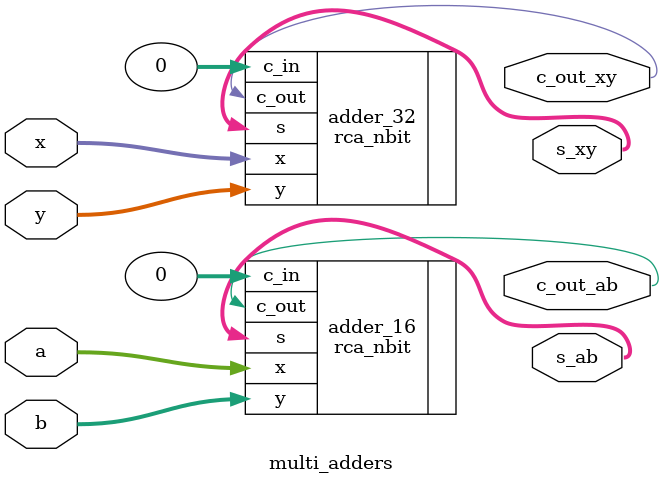
<source format=v>
`timescale 1ns / 1ps


module multi_adders(
      input[15:0] a,b,
      output [15:0] s_ab,
      output c_out_ab,
      
      input [31:0] x,y,
      output [31:0] s_xy,
      output c_out_xy
    );
     
    rca_nbit #(.n(16)) adder_16(
        .x(a),
        .y(b),
        .s(s_ab),
        .c_out(c_out_ab),
        .c_in(0)
    );
    
    rca_nbit #(.n(32)) adder_32(
        .x(x),
        .y(y),
        .s(s_xy),
        .c_out(c_out_xy),
        .c_in(0)
    );
    
    
    
    
    
endmodule

</source>
